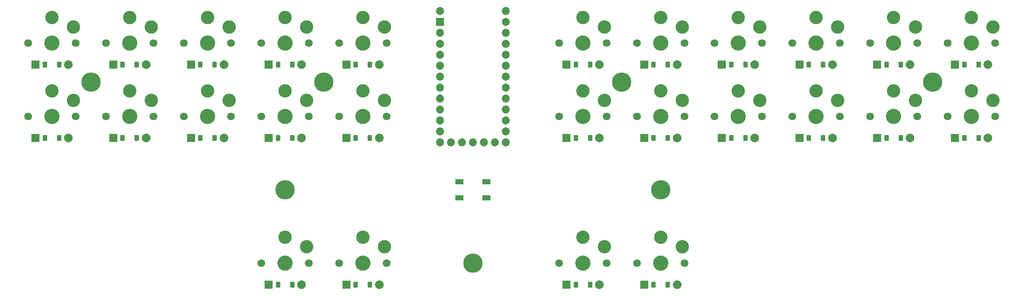
<source format=gbr>
%TF.GenerationSoftware,KiCad,Pcbnew,9.0.0*%
%TF.CreationDate,2025-03-10T18:29:08+01:00*%
%TF.ProjectId,pcb,7063622e-6b69-4636-9164-5f7063625858,v1.0.0*%
%TF.SameCoordinates,Original*%
%TF.FileFunction,Soldermask,Top*%
%TF.FilePolarity,Negative*%
%FSLAX46Y46*%
G04 Gerber Fmt 4.6, Leading zero omitted, Abs format (unit mm)*
G04 Created by KiCad (PCBNEW 9.0.0) date 2025-03-10 18:29:08*
%MOMM*%
%LPD*%
G01*
G04 APERTURE LIST*
G04 Aperture macros list*
%AMRoundRect*
0 Rectangle with rounded corners*
0 $1 Rounding radius*
0 $2 $3 $4 $5 $6 $7 $8 $9 X,Y pos of 4 corners*
0 Add a 4 corners polygon primitive as box body*
4,1,4,$2,$3,$4,$5,$6,$7,$8,$9,$2,$3,0*
0 Add four circle primitives for the rounded corners*
1,1,$1+$1,$2,$3*
1,1,$1+$1,$4,$5*
1,1,$1+$1,$6,$7*
1,1,$1+$1,$8,$9*
0 Add four rect primitives between the rounded corners*
20,1,$1+$1,$2,$3,$4,$5,0*
20,1,$1+$1,$4,$5,$6,$7,0*
20,1,$1+$1,$6,$7,$8,$9,0*
20,1,$1+$1,$8,$9,$2,$3,0*%
G04 Aperture macros list end*
%ADD10RoundRect,0.050000X-0.900000X-0.550000X0.900000X-0.550000X0.900000X0.550000X-0.900000X0.550000X0*%
%ADD11RoundRect,0.050000X-0.889000X-0.889000X0.889000X-0.889000X0.889000X0.889000X-0.889000X0.889000X0*%
%ADD12RoundRect,0.050000X-0.450000X-0.600000X0.450000X-0.600000X0.450000X0.600000X-0.450000X0.600000X0*%
%ADD13C,2.005000*%
%ADD14C,1.801800*%
%ADD15C,3.100000*%
%ADD16C,3.529000*%
%ADD17C,0.800000*%
%ADD18C,4.500000*%
%ADD19RoundRect,0.050000X-0.876300X0.876300X-0.876300X-0.876300X0.876300X-0.876300X0.876300X0.876300X0*%
%ADD20C,1.852600*%
G04 APERTURE END LIST*
D10*
%TO.C,B1*%
X194400000Y-115150000D03*
X200600000Y-115150000D03*
X194400000Y-118850000D03*
X200600000Y-118850000D03*
%TD*%
D11*
%TO.C,D13*%
X237190000Y-105000000D03*
D12*
X239350000Y-105000000D03*
X242650000Y-105000000D03*
D13*
X244810000Y-105000000D03*
%TD*%
D11*
%TO.C,D14*%
X237190000Y-88000000D03*
D12*
X239350000Y-88000000D03*
X242650000Y-88000000D03*
D13*
X244810000Y-88000000D03*
%TD*%
D14*
%TO.C,S20*%
X289500000Y-83000000D03*
D15*
X295000000Y-77050000D03*
D16*
X295000000Y-83000000D03*
D15*
X300000000Y-79250000D03*
D14*
X300500000Y-83000000D03*
%TD*%
%TO.C,S14*%
X235500000Y-83000000D03*
D15*
X241000000Y-77050000D03*
D16*
X241000000Y-83000000D03*
D15*
X246000000Y-79250000D03*
D14*
X246500000Y-83000000D03*
%TD*%
D11*
%TO.C,D5*%
X132190000Y-105000000D03*
D12*
X134350000Y-105000000D03*
X137650000Y-105000000D03*
D13*
X139810000Y-105000000D03*
%TD*%
D11*
%TO.C,D24*%
X168190000Y-139000000D03*
D12*
X170350000Y-139000000D03*
X173650000Y-139000000D03*
D13*
X175810000Y-139000000D03*
%TD*%
D17*
%TO.C,_5*%
X152350000Y-117000000D03*
X152833274Y-115833274D03*
X152833274Y-118166726D03*
X154000000Y-115350000D03*
D18*
X154000000Y-117000000D03*
D17*
X154000000Y-118650000D03*
X155166726Y-115833274D03*
X155166726Y-118166726D03*
X155650000Y-117000000D03*
%TD*%
D11*
%TO.C,D17*%
X273190000Y-105000000D03*
D12*
X275350000Y-105000000D03*
X278650000Y-105000000D03*
D13*
X280810000Y-105000000D03*
%TD*%
D14*
%TO.C,S9*%
X166500000Y-100000000D03*
D15*
X172000000Y-94050000D03*
D16*
X172000000Y-100000000D03*
D15*
X177000000Y-96250000D03*
D14*
X177500000Y-100000000D03*
%TD*%
D11*
%TO.C,D1*%
X96190000Y-105000000D03*
D12*
X98350000Y-105000000D03*
X101650000Y-105000000D03*
D13*
X103810000Y-105000000D03*
%TD*%
D14*
%TO.C,S8*%
X148500000Y-83000000D03*
D15*
X154000000Y-77050000D03*
D16*
X154000000Y-83000000D03*
D15*
X159000000Y-79250000D03*
D14*
X159500000Y-83000000D03*
%TD*%
D11*
%TO.C,D16*%
X255190000Y-88000000D03*
D12*
X257350000Y-88000000D03*
X260650000Y-88000000D03*
D13*
X262810000Y-88000000D03*
%TD*%
D11*
%TO.C,D22*%
X309190000Y-88000000D03*
D12*
X311350000Y-88000000D03*
X314650000Y-88000000D03*
D13*
X316810000Y-88000000D03*
%TD*%
D11*
%TO.C,D19*%
X291190000Y-105000000D03*
D12*
X293350000Y-105000000D03*
X296650000Y-105000000D03*
D13*
X298810000Y-105000000D03*
%TD*%
D11*
%TO.C,D2*%
X96190000Y-88000000D03*
D12*
X98350000Y-88000000D03*
X101650000Y-88000000D03*
D13*
X103810000Y-88000000D03*
%TD*%
D11*
%TO.C,D9*%
X168190000Y-105000000D03*
D12*
X170350000Y-105000000D03*
X173650000Y-105000000D03*
D13*
X175810000Y-105000000D03*
%TD*%
D11*
%TO.C,D20*%
X291190000Y-88000000D03*
D12*
X293350000Y-88000000D03*
X296650000Y-88000000D03*
D13*
X298810000Y-88000000D03*
%TD*%
D14*
%TO.C,S10*%
X166500000Y-83000000D03*
D15*
X172000000Y-77050000D03*
D16*
X172000000Y-83000000D03*
D15*
X177000000Y-79250000D03*
D14*
X177500000Y-83000000D03*
%TD*%
D11*
%TO.C,D3*%
X114190000Y-105000000D03*
D12*
X116350000Y-105000000D03*
X119650000Y-105000000D03*
D13*
X121810000Y-105000000D03*
%TD*%
D11*
%TO.C,D26*%
X237190000Y-139000000D03*
D12*
X239350000Y-139000000D03*
X242650000Y-139000000D03*
D13*
X244810000Y-139000000D03*
%TD*%
D11*
%TO.C,D21*%
X309190000Y-105000000D03*
D12*
X311350000Y-105000000D03*
X314650000Y-105000000D03*
D13*
X316810000Y-105000000D03*
%TD*%
D14*
%TO.C,S6*%
X130500000Y-83000000D03*
D15*
X136000000Y-77050000D03*
D16*
X136000000Y-83000000D03*
D15*
X141000000Y-79250000D03*
D14*
X141500000Y-83000000D03*
%TD*%
D19*
%TO.C,MCU1*%
X189880000Y-78030000D03*
D20*
X189880000Y-75490000D03*
X189880000Y-80570000D03*
X189880000Y-83110000D03*
X189880000Y-85650000D03*
X189880000Y-88190000D03*
X189880000Y-90730000D03*
X189880000Y-93270000D03*
X189880000Y-95810000D03*
X189880000Y-98350000D03*
X189880000Y-100890000D03*
X189880000Y-103430000D03*
X189880000Y-105970000D03*
X202580000Y-105970000D03*
X200040000Y-105970000D03*
X197500000Y-105970000D03*
X194960000Y-105970000D03*
X192420000Y-105970000D03*
X205120000Y-75490000D03*
X205120000Y-78030000D03*
X205120000Y-80570000D03*
X205120000Y-83110000D03*
X205120000Y-85650000D03*
X205120000Y-88190000D03*
X205120000Y-90730000D03*
X205120000Y-93270000D03*
X205120000Y-95810000D03*
X205120000Y-98350000D03*
X205120000Y-100890000D03*
X205120000Y-103430000D03*
X205120000Y-105970000D03*
%TD*%
D11*
%TO.C,D12*%
X219190000Y-88000000D03*
D12*
X221350000Y-88000000D03*
X224650000Y-88000000D03*
D13*
X226810000Y-88000000D03*
%TD*%
D11*
%TO.C,D11*%
X219190000Y-105000000D03*
D12*
X221350000Y-105000000D03*
X224650000Y-105000000D03*
D13*
X226810000Y-105000000D03*
%TD*%
D14*
%TO.C,S22*%
X307500000Y-83000000D03*
D15*
X313000000Y-77050000D03*
D16*
X313000000Y-83000000D03*
D15*
X318000000Y-79250000D03*
D14*
X318500000Y-83000000D03*
%TD*%
%TO.C,S4*%
X112500000Y-83000000D03*
D15*
X118000000Y-77050000D03*
D16*
X118000000Y-83000000D03*
D15*
X123000000Y-79250000D03*
D14*
X123500000Y-83000000D03*
%TD*%
%TO.C,S3*%
X112500000Y-100000000D03*
D15*
X118000000Y-94050000D03*
D16*
X118000000Y-100000000D03*
D15*
X123000000Y-96250000D03*
D14*
X123500000Y-100000000D03*
%TD*%
D11*
%TO.C,D15*%
X255190000Y-105000000D03*
D12*
X257350000Y-105000000D03*
X260650000Y-105000000D03*
D13*
X262810000Y-105000000D03*
%TD*%
D11*
%TO.C,D7*%
X150190000Y-105000000D03*
D12*
X152350000Y-105000000D03*
X155650000Y-105000000D03*
D13*
X157810000Y-105000000D03*
%TD*%
D14*
%TO.C,S23*%
X148500000Y-134000000D03*
D15*
X154000000Y-128050000D03*
D16*
X154000000Y-134000000D03*
D15*
X159000000Y-130250000D03*
D14*
X159500000Y-134000000D03*
%TD*%
%TO.C,S5*%
X130500000Y-100000000D03*
D15*
X136000000Y-94050000D03*
D16*
X136000000Y-100000000D03*
D15*
X141000000Y-96250000D03*
D14*
X141500000Y-100000000D03*
%TD*%
%TO.C,S24*%
X166500000Y-134000000D03*
D15*
X172000000Y-128050000D03*
D16*
X172000000Y-134000000D03*
D15*
X177000000Y-130250000D03*
D14*
X177500000Y-134000000D03*
%TD*%
%TO.C,S21*%
X307500000Y-100000000D03*
D15*
X313000000Y-94050000D03*
D16*
X313000000Y-100000000D03*
D15*
X318000000Y-96250000D03*
D14*
X318500000Y-100000000D03*
%TD*%
%TO.C,S1*%
X94500000Y-100000000D03*
D15*
X100000000Y-94050000D03*
D16*
X100000000Y-100000000D03*
D15*
X105000000Y-96250000D03*
D14*
X105500000Y-100000000D03*
%TD*%
%TO.C,S17*%
X271500000Y-100000000D03*
D15*
X277000000Y-94050000D03*
D16*
X277000000Y-100000000D03*
D15*
X282000000Y-96250000D03*
D14*
X282500000Y-100000000D03*
%TD*%
%TO.C,S7*%
X148500000Y-100000000D03*
D15*
X154000000Y-94050000D03*
D16*
X154000000Y-100000000D03*
D15*
X159000000Y-96250000D03*
D14*
X159500000Y-100000000D03*
%TD*%
D11*
%TO.C,D25*%
X219190000Y-139000000D03*
D12*
X221350000Y-139000000D03*
X224650000Y-139000000D03*
D13*
X226810000Y-139000000D03*
%TD*%
D17*
%TO.C,_1*%
X107350000Y-92000000D03*
X107833274Y-90833274D03*
X107833274Y-93166726D03*
X109000000Y-90350000D03*
D18*
X109000000Y-92000000D03*
D17*
X109000000Y-93650000D03*
X110166726Y-90833274D03*
X110166726Y-93166726D03*
X110650000Y-92000000D03*
%TD*%
D14*
%TO.C,S12*%
X217500000Y-83000000D03*
D15*
X223000000Y-77050000D03*
D16*
X223000000Y-83000000D03*
D15*
X228000000Y-79250000D03*
D14*
X228500000Y-83000000D03*
%TD*%
D17*
%TO.C,_6*%
X239350000Y-117000000D03*
X239833274Y-115833274D03*
X239833274Y-118166726D03*
X241000000Y-115350000D03*
D18*
X241000000Y-117000000D03*
D17*
X241000000Y-118650000D03*
X242166726Y-115833274D03*
X242166726Y-118166726D03*
X242650000Y-117000000D03*
%TD*%
D14*
%TO.C,S26*%
X235500000Y-134000000D03*
D15*
X241000000Y-128050000D03*
D16*
X241000000Y-134000000D03*
D15*
X246000000Y-130250000D03*
D14*
X246500000Y-134000000D03*
%TD*%
%TO.C,S19*%
X289500000Y-100000000D03*
D15*
X295000000Y-94050000D03*
D16*
X295000000Y-100000000D03*
D15*
X300000000Y-96250000D03*
D14*
X300500000Y-100000000D03*
%TD*%
D11*
%TO.C,D6*%
X132190000Y-88000000D03*
D12*
X134350000Y-88000000D03*
X137650000Y-88000000D03*
D13*
X139810000Y-88000000D03*
%TD*%
D11*
%TO.C,D4*%
X114190000Y-88000000D03*
D12*
X116350000Y-88000000D03*
X119650000Y-88000000D03*
D13*
X121810000Y-88000000D03*
%TD*%
D11*
%TO.C,D18*%
X273190000Y-88000000D03*
D12*
X275350000Y-88000000D03*
X278650000Y-88000000D03*
D13*
X280810000Y-88000000D03*
%TD*%
D14*
%TO.C,S15*%
X253500000Y-100000000D03*
D15*
X259000000Y-94050000D03*
D16*
X259000000Y-100000000D03*
D15*
X264000000Y-96250000D03*
D14*
X264500000Y-100000000D03*
%TD*%
%TO.C,S13*%
X235500000Y-100000000D03*
D15*
X241000000Y-94050000D03*
D16*
X241000000Y-100000000D03*
D15*
X246000000Y-96250000D03*
D14*
X246500000Y-100000000D03*
%TD*%
%TO.C,S18*%
X271500000Y-83000000D03*
D15*
X277000000Y-77050000D03*
D16*
X277000000Y-83000000D03*
D15*
X282000000Y-79250000D03*
D14*
X282500000Y-83000000D03*
%TD*%
D11*
%TO.C,D10*%
X168190000Y-88000000D03*
D12*
X170350000Y-88000000D03*
X173650000Y-88000000D03*
D13*
X175810000Y-88000000D03*
%TD*%
D14*
%TO.C,S16*%
X253500000Y-83000000D03*
D15*
X259000000Y-77050000D03*
D16*
X259000000Y-83000000D03*
D15*
X264000000Y-79250000D03*
D14*
X264500000Y-83000000D03*
%TD*%
D11*
%TO.C,D23*%
X150190000Y-139000000D03*
D12*
X152350000Y-139000000D03*
X155650000Y-139000000D03*
D13*
X157810000Y-139000000D03*
%TD*%
D14*
%TO.C,S25*%
X217500000Y-134000000D03*
D15*
X223000000Y-128050000D03*
D16*
X223000000Y-134000000D03*
D15*
X228000000Y-130250000D03*
D14*
X228500000Y-134000000D03*
%TD*%
D17*
%TO.C,_4*%
X302350000Y-92000000D03*
X302833274Y-90833274D03*
X302833274Y-93166726D03*
X304000000Y-90350000D03*
D18*
X304000000Y-92000000D03*
D17*
X304000000Y-93650000D03*
X305166726Y-90833274D03*
X305166726Y-93166726D03*
X305650000Y-92000000D03*
%TD*%
D14*
%TO.C,S11*%
X217500000Y-100000000D03*
D15*
X223000000Y-94050000D03*
D16*
X223000000Y-100000000D03*
D15*
X228000000Y-96250000D03*
D14*
X228500000Y-100000000D03*
%TD*%
D17*
%TO.C,_3*%
X230350000Y-92000000D03*
X230833274Y-90833274D03*
X230833274Y-93166726D03*
X232000000Y-90350000D03*
D18*
X232000000Y-92000000D03*
D17*
X232000000Y-93650000D03*
X233166726Y-90833274D03*
X233166726Y-93166726D03*
X233650000Y-92000000D03*
%TD*%
D14*
%TO.C,S2*%
X94500000Y-83000000D03*
D15*
X100000000Y-77050000D03*
D16*
X100000000Y-83000000D03*
D15*
X105000000Y-79250000D03*
D14*
X105500000Y-83000000D03*
%TD*%
D11*
%TO.C,D8*%
X150190000Y-88000000D03*
D12*
X152350000Y-88000000D03*
X155650000Y-88000000D03*
D13*
X157810000Y-88000000D03*
%TD*%
D17*
%TO.C,_7*%
X195850000Y-134000000D03*
X196333274Y-132833274D03*
X196333274Y-135166726D03*
X197500000Y-132350000D03*
D18*
X197500000Y-134000000D03*
D17*
X197500000Y-135650000D03*
X198666726Y-132833274D03*
X198666726Y-135166726D03*
X199150000Y-134000000D03*
%TD*%
%TO.C,_2*%
X161350000Y-92000000D03*
X161833274Y-90833274D03*
X161833274Y-93166726D03*
X163000000Y-90350000D03*
D18*
X163000000Y-92000000D03*
D17*
X163000000Y-93650000D03*
X164166726Y-90833274D03*
X164166726Y-93166726D03*
X164650000Y-92000000D03*
%TD*%
M02*

</source>
